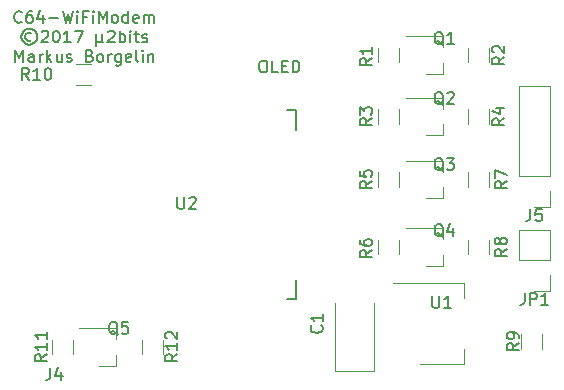
<source format=gto>
G04 #@! TF.FileFunction,Legend,Top*
%FSLAX46Y46*%
G04 Gerber Fmt 4.6, Leading zero omitted, Abs format (unit mm)*
G04 Created by KiCad (PCBNEW 4.0.6) date Sat Aug  5 17:49:28 2017*
%MOMM*%
%LPD*%
G01*
G04 APERTURE LIST*
%ADD10C,0.100000*%
%ADD11C,0.152400*%
%ADD12C,0.120000*%
%ADD13C,0.150000*%
G04 APERTURE END LIST*
D10*
D11*
X64540477Y-109829743D02*
X64492858Y-109877362D01*
X64350001Y-109924981D01*
X64254763Y-109924981D01*
X64111905Y-109877362D01*
X64016667Y-109782124D01*
X63969048Y-109686886D01*
X63921429Y-109496410D01*
X63921429Y-109353552D01*
X63969048Y-109163076D01*
X64016667Y-109067838D01*
X64111905Y-108972600D01*
X64254763Y-108924981D01*
X64350001Y-108924981D01*
X64492858Y-108972600D01*
X64540477Y-109020219D01*
X65397620Y-108924981D02*
X65207143Y-108924981D01*
X65111905Y-108972600D01*
X65064286Y-109020219D01*
X64969048Y-109163076D01*
X64921429Y-109353552D01*
X64921429Y-109734505D01*
X64969048Y-109829743D01*
X65016667Y-109877362D01*
X65111905Y-109924981D01*
X65302382Y-109924981D01*
X65397620Y-109877362D01*
X65445239Y-109829743D01*
X65492858Y-109734505D01*
X65492858Y-109496410D01*
X65445239Y-109401171D01*
X65397620Y-109353552D01*
X65302382Y-109305933D01*
X65111905Y-109305933D01*
X65016667Y-109353552D01*
X64969048Y-109401171D01*
X64921429Y-109496410D01*
X66350001Y-109258314D02*
X66350001Y-109924981D01*
X66111905Y-108877362D02*
X65873810Y-109591648D01*
X66492858Y-109591648D01*
X66873810Y-109544029D02*
X67635715Y-109544029D01*
X68016667Y-108924981D02*
X68254762Y-109924981D01*
X68445239Y-109210695D01*
X68635715Y-109924981D01*
X68873810Y-108924981D01*
X69254762Y-109924981D02*
X69254762Y-109258314D01*
X69254762Y-108924981D02*
X69207143Y-108972600D01*
X69254762Y-109020219D01*
X69302381Y-108972600D01*
X69254762Y-108924981D01*
X69254762Y-109020219D01*
X70064286Y-109401171D02*
X69730952Y-109401171D01*
X69730952Y-109924981D02*
X69730952Y-108924981D01*
X70207143Y-108924981D01*
X70588095Y-109924981D02*
X70588095Y-109258314D01*
X70588095Y-108924981D02*
X70540476Y-108972600D01*
X70588095Y-109020219D01*
X70635714Y-108972600D01*
X70588095Y-108924981D01*
X70588095Y-109020219D01*
X71064285Y-109924981D02*
X71064285Y-108924981D01*
X71397619Y-109639267D01*
X71730952Y-108924981D01*
X71730952Y-109924981D01*
X72349999Y-109924981D02*
X72254761Y-109877362D01*
X72207142Y-109829743D01*
X72159523Y-109734505D01*
X72159523Y-109448790D01*
X72207142Y-109353552D01*
X72254761Y-109305933D01*
X72349999Y-109258314D01*
X72492857Y-109258314D01*
X72588095Y-109305933D01*
X72635714Y-109353552D01*
X72683333Y-109448790D01*
X72683333Y-109734505D01*
X72635714Y-109829743D01*
X72588095Y-109877362D01*
X72492857Y-109924981D01*
X72349999Y-109924981D01*
X73540476Y-109924981D02*
X73540476Y-108924981D01*
X73540476Y-109877362D02*
X73445238Y-109924981D01*
X73254761Y-109924981D01*
X73159523Y-109877362D01*
X73111904Y-109829743D01*
X73064285Y-109734505D01*
X73064285Y-109448790D01*
X73111904Y-109353552D01*
X73159523Y-109305933D01*
X73254761Y-109258314D01*
X73445238Y-109258314D01*
X73540476Y-109305933D01*
X74397619Y-109877362D02*
X74302381Y-109924981D01*
X74111904Y-109924981D01*
X74016666Y-109877362D01*
X73969047Y-109782124D01*
X73969047Y-109401171D01*
X74016666Y-109305933D01*
X74111904Y-109258314D01*
X74302381Y-109258314D01*
X74397619Y-109305933D01*
X74445238Y-109401171D01*
X74445238Y-109496410D01*
X73969047Y-109591648D01*
X74873809Y-109924981D02*
X74873809Y-109258314D01*
X74873809Y-109353552D02*
X74921428Y-109305933D01*
X75016666Y-109258314D01*
X75159524Y-109258314D01*
X75254762Y-109305933D01*
X75302381Y-109401171D01*
X75302381Y-109924981D01*
X75302381Y-109401171D02*
X75350000Y-109305933D01*
X75445238Y-109258314D01*
X75588095Y-109258314D01*
X75683333Y-109305933D01*
X75730952Y-109401171D01*
X75730952Y-109924981D01*
X65373809Y-110815476D02*
X65278571Y-110767857D01*
X65088095Y-110767857D01*
X64992857Y-110815476D01*
X64897619Y-110910714D01*
X64850000Y-111005952D01*
X64850000Y-111196429D01*
X64897619Y-111291667D01*
X64992857Y-111386905D01*
X65088095Y-111434524D01*
X65278571Y-111434524D01*
X65373809Y-111386905D01*
X65183333Y-110434524D02*
X64945238Y-110482143D01*
X64707142Y-110625000D01*
X64564285Y-110863095D01*
X64516666Y-111101190D01*
X64564285Y-111339286D01*
X64707142Y-111577381D01*
X64945238Y-111720238D01*
X65183333Y-111767857D01*
X65421428Y-111720238D01*
X65659523Y-111577381D01*
X65802380Y-111339286D01*
X65850000Y-111101190D01*
X65802380Y-110863095D01*
X65659523Y-110625000D01*
X65421428Y-110482143D01*
X65183333Y-110434524D01*
X66230952Y-110672619D02*
X66278571Y-110625000D01*
X66373809Y-110577381D01*
X66611905Y-110577381D01*
X66707143Y-110625000D01*
X66754762Y-110672619D01*
X66802381Y-110767857D01*
X66802381Y-110863095D01*
X66754762Y-111005952D01*
X66183333Y-111577381D01*
X66802381Y-111577381D01*
X67421428Y-110577381D02*
X67516667Y-110577381D01*
X67611905Y-110625000D01*
X67659524Y-110672619D01*
X67707143Y-110767857D01*
X67754762Y-110958333D01*
X67754762Y-111196429D01*
X67707143Y-111386905D01*
X67659524Y-111482143D01*
X67611905Y-111529762D01*
X67516667Y-111577381D01*
X67421428Y-111577381D01*
X67326190Y-111529762D01*
X67278571Y-111482143D01*
X67230952Y-111386905D01*
X67183333Y-111196429D01*
X67183333Y-110958333D01*
X67230952Y-110767857D01*
X67278571Y-110672619D01*
X67326190Y-110625000D01*
X67421428Y-110577381D01*
X68707143Y-111577381D02*
X68135714Y-111577381D01*
X68421428Y-111577381D02*
X68421428Y-110577381D01*
X68326190Y-110720238D01*
X68230952Y-110815476D01*
X68135714Y-110863095D01*
X69040476Y-110577381D02*
X69707143Y-110577381D01*
X69278571Y-111577381D01*
X70850000Y-110910714D02*
X70850000Y-111910714D01*
X71326191Y-111434524D02*
X71373810Y-111529762D01*
X71469048Y-111577381D01*
X70850000Y-111434524D02*
X70897619Y-111529762D01*
X70992857Y-111577381D01*
X71183334Y-111577381D01*
X71278572Y-111529762D01*
X71326191Y-111434524D01*
X71326191Y-110910714D01*
X71850000Y-110672619D02*
X71897619Y-110625000D01*
X71992857Y-110577381D01*
X72230953Y-110577381D01*
X72326191Y-110625000D01*
X72373810Y-110672619D01*
X72421429Y-110767857D01*
X72421429Y-110863095D01*
X72373810Y-111005952D01*
X71802381Y-111577381D01*
X72421429Y-111577381D01*
X72850000Y-111577381D02*
X72850000Y-110577381D01*
X72850000Y-110958333D02*
X72945238Y-110910714D01*
X73135715Y-110910714D01*
X73230953Y-110958333D01*
X73278572Y-111005952D01*
X73326191Y-111101190D01*
X73326191Y-111386905D01*
X73278572Y-111482143D01*
X73230953Y-111529762D01*
X73135715Y-111577381D01*
X72945238Y-111577381D01*
X72850000Y-111529762D01*
X73754762Y-111577381D02*
X73754762Y-110910714D01*
X73754762Y-110577381D02*
X73707143Y-110625000D01*
X73754762Y-110672619D01*
X73802381Y-110625000D01*
X73754762Y-110577381D01*
X73754762Y-110672619D01*
X74088095Y-110910714D02*
X74469047Y-110910714D01*
X74230952Y-110577381D02*
X74230952Y-111434524D01*
X74278571Y-111529762D01*
X74373809Y-111577381D01*
X74469047Y-111577381D01*
X74754762Y-111529762D02*
X74850000Y-111577381D01*
X75040476Y-111577381D01*
X75135715Y-111529762D01*
X75183334Y-111434524D01*
X75183334Y-111386905D01*
X75135715Y-111291667D01*
X75040476Y-111244048D01*
X74897619Y-111244048D01*
X74802381Y-111196429D01*
X74754762Y-111101190D01*
X74754762Y-111053571D01*
X74802381Y-110958333D01*
X74897619Y-110910714D01*
X75040476Y-110910714D01*
X75135715Y-110958333D01*
X64016666Y-113229781D02*
X64016666Y-112229781D01*
X64350000Y-112944067D01*
X64683333Y-112229781D01*
X64683333Y-113229781D01*
X65588095Y-113229781D02*
X65588095Y-112705971D01*
X65540476Y-112610733D01*
X65445238Y-112563114D01*
X65254761Y-112563114D01*
X65159523Y-112610733D01*
X65588095Y-113182162D02*
X65492857Y-113229781D01*
X65254761Y-113229781D01*
X65159523Y-113182162D01*
X65111904Y-113086924D01*
X65111904Y-112991686D01*
X65159523Y-112896448D01*
X65254761Y-112848829D01*
X65492857Y-112848829D01*
X65588095Y-112801210D01*
X66064285Y-113229781D02*
X66064285Y-112563114D01*
X66064285Y-112753590D02*
X66111904Y-112658352D01*
X66159523Y-112610733D01*
X66254761Y-112563114D01*
X66350000Y-112563114D01*
X66683333Y-113229781D02*
X66683333Y-112229781D01*
X66778571Y-112848829D02*
X67064286Y-113229781D01*
X67064286Y-112563114D02*
X66683333Y-112944067D01*
X67921429Y-112563114D02*
X67921429Y-113229781D01*
X67492857Y-112563114D02*
X67492857Y-113086924D01*
X67540476Y-113182162D01*
X67635714Y-113229781D01*
X67778572Y-113229781D01*
X67873810Y-113182162D01*
X67921429Y-113134543D01*
X68350000Y-113182162D02*
X68445238Y-113229781D01*
X68635714Y-113229781D01*
X68730953Y-113182162D01*
X68778572Y-113086924D01*
X68778572Y-113039305D01*
X68730953Y-112944067D01*
X68635714Y-112896448D01*
X68492857Y-112896448D01*
X68397619Y-112848829D01*
X68350000Y-112753590D01*
X68350000Y-112705971D01*
X68397619Y-112610733D01*
X68492857Y-112563114D01*
X68635714Y-112563114D01*
X68730953Y-112610733D01*
X70302382Y-112705971D02*
X70445239Y-112753590D01*
X70492858Y-112801210D01*
X70540477Y-112896448D01*
X70540477Y-113039305D01*
X70492858Y-113134543D01*
X70445239Y-113182162D01*
X70350001Y-113229781D01*
X69969048Y-113229781D01*
X69969048Y-112229781D01*
X70302382Y-112229781D01*
X70397620Y-112277400D01*
X70445239Y-112325019D01*
X70492858Y-112420257D01*
X70492858Y-112515495D01*
X70445239Y-112610733D01*
X70397620Y-112658352D01*
X70302382Y-112705971D01*
X69969048Y-112705971D01*
X71111905Y-113229781D02*
X71016667Y-113182162D01*
X70969048Y-113134543D01*
X70921429Y-113039305D01*
X70921429Y-112753590D01*
X70969048Y-112658352D01*
X71016667Y-112610733D01*
X71111905Y-112563114D01*
X71254763Y-112563114D01*
X71350001Y-112610733D01*
X71397620Y-112658352D01*
X71445239Y-112753590D01*
X71445239Y-113039305D01*
X71397620Y-113134543D01*
X71350001Y-113182162D01*
X71254763Y-113229781D01*
X71111905Y-113229781D01*
X71873810Y-113229781D02*
X71873810Y-112563114D01*
X71873810Y-112753590D02*
X71921429Y-112658352D01*
X71969048Y-112610733D01*
X72064286Y-112563114D01*
X72159525Y-112563114D01*
X72921430Y-112563114D02*
X72921430Y-113372638D01*
X72873811Y-113467876D01*
X72826192Y-113515495D01*
X72730953Y-113563114D01*
X72588096Y-113563114D01*
X72492858Y-113515495D01*
X72921430Y-113182162D02*
X72826192Y-113229781D01*
X72635715Y-113229781D01*
X72540477Y-113182162D01*
X72492858Y-113134543D01*
X72445239Y-113039305D01*
X72445239Y-112753590D01*
X72492858Y-112658352D01*
X72540477Y-112610733D01*
X72635715Y-112563114D01*
X72826192Y-112563114D01*
X72921430Y-112610733D01*
X73778573Y-113182162D02*
X73683335Y-113229781D01*
X73492858Y-113229781D01*
X73397620Y-113182162D01*
X73350001Y-113086924D01*
X73350001Y-112705971D01*
X73397620Y-112610733D01*
X73492858Y-112563114D01*
X73683335Y-112563114D01*
X73778573Y-112610733D01*
X73826192Y-112705971D01*
X73826192Y-112801210D01*
X73350001Y-112896448D01*
X74397620Y-113229781D02*
X74302382Y-113182162D01*
X74254763Y-113086924D01*
X74254763Y-112229781D01*
X74778573Y-113229781D02*
X74778573Y-112563114D01*
X74778573Y-112229781D02*
X74730954Y-112277400D01*
X74778573Y-112325019D01*
X74826192Y-112277400D01*
X74778573Y-112229781D01*
X74778573Y-112325019D01*
X75254763Y-112563114D02*
X75254763Y-113229781D01*
X75254763Y-112658352D02*
X75302382Y-112610733D01*
X75397620Y-112563114D01*
X75540478Y-112563114D01*
X75635716Y-112610733D01*
X75683335Y-112705971D01*
X75683335Y-113229781D01*
D12*
X94751000Y-123790000D02*
X94751000Y-122590000D01*
X96511000Y-122590000D02*
X96511000Y-123790000D01*
X91060000Y-139432000D02*
X91060000Y-133632000D01*
X94360000Y-139432000D02*
X94360000Y-133632000D01*
X91060000Y-139432000D02*
X94360000Y-139432000D01*
X109280000Y-115256000D02*
X106620000Y-115256000D01*
X109280000Y-122936000D02*
X109280000Y-115256000D01*
X106620000Y-122936000D02*
X106620000Y-115256000D01*
X109280000Y-122936000D02*
X106620000Y-122936000D01*
X109280000Y-124206000D02*
X109280000Y-125536000D01*
X109280000Y-125536000D02*
X107950000Y-125536000D01*
X109280000Y-127448000D02*
X106620000Y-127448000D01*
X109280000Y-130048000D02*
X109280000Y-127448000D01*
X106620000Y-130048000D02*
X106620000Y-127448000D01*
X109280000Y-130048000D02*
X106620000Y-130048000D01*
X109280000Y-131318000D02*
X109280000Y-132648000D01*
X109280000Y-132648000D02*
X107950000Y-132648000D01*
X100201000Y-114229000D02*
X100201000Y-113299000D01*
X100201000Y-111069000D02*
X100201000Y-111999000D01*
X100201000Y-111069000D02*
X97041000Y-111069000D01*
X100201000Y-114229000D02*
X98741000Y-114229000D01*
X100201000Y-119436000D02*
X100201000Y-118506000D01*
X100201000Y-116276000D02*
X100201000Y-117206000D01*
X100201000Y-116276000D02*
X97041000Y-116276000D01*
X100201000Y-119436000D02*
X98741000Y-119436000D01*
X100201000Y-124770000D02*
X100201000Y-123840000D01*
X100201000Y-121610000D02*
X100201000Y-122540000D01*
X100201000Y-121610000D02*
X97041000Y-121610000D01*
X100201000Y-124770000D02*
X98741000Y-124770000D01*
X100201000Y-130485000D02*
X100201000Y-129555000D01*
X100201000Y-127325000D02*
X100201000Y-128255000D01*
X100201000Y-127325000D02*
X97041000Y-127325000D01*
X100201000Y-130485000D02*
X98741000Y-130485000D01*
X94751000Y-113249000D02*
X94751000Y-112049000D01*
X96511000Y-112049000D02*
X96511000Y-113249000D01*
X102371000Y-113249000D02*
X102371000Y-112049000D01*
X104131000Y-112049000D02*
X104131000Y-113249000D01*
X94751000Y-118456000D02*
X94751000Y-117256000D01*
X96511000Y-117256000D02*
X96511000Y-118456000D01*
X102371000Y-118456000D02*
X102371000Y-117256000D01*
X104131000Y-117256000D02*
X104131000Y-118456000D01*
X94751000Y-129505000D02*
X94751000Y-128305000D01*
X96511000Y-128305000D02*
X96511000Y-129505000D01*
X102371000Y-123790000D02*
X102371000Y-122590000D01*
X104131000Y-122590000D02*
X104131000Y-123790000D01*
X102371000Y-129505000D02*
X102371000Y-128305000D01*
X104131000Y-128305000D02*
X104131000Y-129505000D01*
X106816000Y-137506000D02*
X106816000Y-136306000D01*
X108576000Y-136306000D02*
X108576000Y-137506000D01*
X70370000Y-115180000D02*
X69170000Y-115180000D01*
X69170000Y-113420000D02*
X70370000Y-113420000D01*
X67115800Y-137963200D02*
X67115800Y-136763200D01*
X68875800Y-136763200D02*
X68875800Y-137963200D01*
X101986000Y-138792000D02*
X101986000Y-137532000D01*
X101986000Y-131972000D02*
X101986000Y-133232000D01*
X98226000Y-138792000D02*
X101986000Y-138792000D01*
X95976000Y-131972000D02*
X101986000Y-131972000D01*
X72565800Y-138943200D02*
X72565800Y-138013200D01*
X72565800Y-135783200D02*
X72565800Y-136713200D01*
X72565800Y-135783200D02*
X69405800Y-135783200D01*
X72565800Y-138943200D02*
X71105800Y-138943200D01*
X74735800Y-137963200D02*
X74735800Y-136763200D01*
X76495800Y-136763200D02*
X76495800Y-137963200D01*
D13*
X87757000Y-117348000D02*
X87757000Y-118999000D01*
D11*
X86995000Y-133350000D02*
X87757000Y-133350000D01*
X87757000Y-133350000D02*
X87757000Y-131734000D01*
X87757000Y-117348000D02*
X86995000Y-117348000D01*
D13*
X94178381Y-123356666D02*
X93702190Y-123690000D01*
X94178381Y-123928095D02*
X93178381Y-123928095D01*
X93178381Y-123547142D01*
X93226000Y-123451904D01*
X93273619Y-123404285D01*
X93368857Y-123356666D01*
X93511714Y-123356666D01*
X93606952Y-123404285D01*
X93654571Y-123451904D01*
X93702190Y-123547142D01*
X93702190Y-123928095D01*
X93178381Y-122451904D02*
X93178381Y-122928095D01*
X93654571Y-122975714D01*
X93606952Y-122928095D01*
X93559333Y-122832857D01*
X93559333Y-122594761D01*
X93606952Y-122499523D01*
X93654571Y-122451904D01*
X93749810Y-122404285D01*
X93987905Y-122404285D01*
X94083143Y-122451904D01*
X94130762Y-122499523D01*
X94178381Y-122594761D01*
X94178381Y-122832857D01*
X94130762Y-122928095D01*
X94083143Y-122975714D01*
X84907619Y-113117381D02*
X85098096Y-113117381D01*
X85193334Y-113165000D01*
X85288572Y-113260238D01*
X85336191Y-113450714D01*
X85336191Y-113784048D01*
X85288572Y-113974524D01*
X85193334Y-114069762D01*
X85098096Y-114117381D01*
X84907619Y-114117381D01*
X84812381Y-114069762D01*
X84717143Y-113974524D01*
X84669524Y-113784048D01*
X84669524Y-113450714D01*
X84717143Y-113260238D01*
X84812381Y-113165000D01*
X84907619Y-113117381D01*
X86240953Y-114117381D02*
X85764762Y-114117381D01*
X85764762Y-113117381D01*
X86574286Y-113593571D02*
X86907620Y-113593571D01*
X87050477Y-114117381D02*
X86574286Y-114117381D01*
X86574286Y-113117381D01*
X87050477Y-113117381D01*
X87479048Y-114117381D02*
X87479048Y-113117381D01*
X87717143Y-113117381D01*
X87860001Y-113165000D01*
X87955239Y-113260238D01*
X88002858Y-113355476D01*
X88050477Y-113545952D01*
X88050477Y-113688810D01*
X88002858Y-113879286D01*
X87955239Y-113974524D01*
X87860001Y-114069762D01*
X87717143Y-114117381D01*
X87479048Y-114117381D01*
X89917143Y-135548666D02*
X89964762Y-135596285D01*
X90012381Y-135739142D01*
X90012381Y-135834380D01*
X89964762Y-135977238D01*
X89869524Y-136072476D01*
X89774286Y-136120095D01*
X89583810Y-136167714D01*
X89440952Y-136167714D01*
X89250476Y-136120095D01*
X89155238Y-136072476D01*
X89060000Y-135977238D01*
X89012381Y-135834380D01*
X89012381Y-135739142D01*
X89060000Y-135596285D01*
X89107619Y-135548666D01*
X90012381Y-134596285D02*
X90012381Y-135167714D01*
X90012381Y-134882000D02*
X89012381Y-134882000D01*
X89155238Y-134977238D01*
X89250476Y-135072476D01*
X89298095Y-135167714D01*
X107616667Y-125690381D02*
X107616667Y-126404667D01*
X107569047Y-126547524D01*
X107473809Y-126642762D01*
X107330952Y-126690381D01*
X107235714Y-126690381D01*
X108569048Y-125690381D02*
X108092857Y-125690381D01*
X108045238Y-126166571D01*
X108092857Y-126118952D01*
X108188095Y-126071333D01*
X108426191Y-126071333D01*
X108521429Y-126118952D01*
X108569048Y-126166571D01*
X108616667Y-126261810D01*
X108616667Y-126499905D01*
X108569048Y-126595143D01*
X108521429Y-126642762D01*
X108426191Y-126690381D01*
X108188095Y-126690381D01*
X108092857Y-126642762D01*
X108045238Y-126595143D01*
X107116667Y-132802381D02*
X107116667Y-133516667D01*
X107069047Y-133659524D01*
X106973809Y-133754762D01*
X106830952Y-133802381D01*
X106735714Y-133802381D01*
X107592857Y-133802381D02*
X107592857Y-132802381D01*
X107973810Y-132802381D01*
X108069048Y-132850000D01*
X108116667Y-132897619D01*
X108164286Y-132992857D01*
X108164286Y-133135714D01*
X108116667Y-133230952D01*
X108069048Y-133278571D01*
X107973810Y-133326190D01*
X107592857Y-133326190D01*
X109116667Y-133802381D02*
X108545238Y-133802381D01*
X108830952Y-133802381D02*
X108830952Y-132802381D01*
X108735714Y-132945238D01*
X108640476Y-133040476D01*
X108545238Y-133088095D01*
X100234762Y-111799619D02*
X100139524Y-111752000D01*
X100044286Y-111656762D01*
X99901429Y-111513905D01*
X99806190Y-111466286D01*
X99710952Y-111466286D01*
X99758571Y-111704381D02*
X99663333Y-111656762D01*
X99568095Y-111561524D01*
X99520476Y-111371048D01*
X99520476Y-111037714D01*
X99568095Y-110847238D01*
X99663333Y-110752000D01*
X99758571Y-110704381D01*
X99949048Y-110704381D01*
X100044286Y-110752000D01*
X100139524Y-110847238D01*
X100187143Y-111037714D01*
X100187143Y-111371048D01*
X100139524Y-111561524D01*
X100044286Y-111656762D01*
X99949048Y-111704381D01*
X99758571Y-111704381D01*
X101139524Y-111704381D02*
X100568095Y-111704381D01*
X100853809Y-111704381D02*
X100853809Y-110704381D01*
X100758571Y-110847238D01*
X100663333Y-110942476D01*
X100568095Y-110990095D01*
X100234762Y-116879619D02*
X100139524Y-116832000D01*
X100044286Y-116736762D01*
X99901429Y-116593905D01*
X99806190Y-116546286D01*
X99710952Y-116546286D01*
X99758571Y-116784381D02*
X99663333Y-116736762D01*
X99568095Y-116641524D01*
X99520476Y-116451048D01*
X99520476Y-116117714D01*
X99568095Y-115927238D01*
X99663333Y-115832000D01*
X99758571Y-115784381D01*
X99949048Y-115784381D01*
X100044286Y-115832000D01*
X100139524Y-115927238D01*
X100187143Y-116117714D01*
X100187143Y-116451048D01*
X100139524Y-116641524D01*
X100044286Y-116736762D01*
X99949048Y-116784381D01*
X99758571Y-116784381D01*
X100568095Y-115879619D02*
X100615714Y-115832000D01*
X100710952Y-115784381D01*
X100949048Y-115784381D01*
X101044286Y-115832000D01*
X101091905Y-115879619D01*
X101139524Y-115974857D01*
X101139524Y-116070095D01*
X101091905Y-116212952D01*
X100520476Y-116784381D01*
X101139524Y-116784381D01*
X100234762Y-122467619D02*
X100139524Y-122420000D01*
X100044286Y-122324762D01*
X99901429Y-122181905D01*
X99806190Y-122134286D01*
X99710952Y-122134286D01*
X99758571Y-122372381D02*
X99663333Y-122324762D01*
X99568095Y-122229524D01*
X99520476Y-122039048D01*
X99520476Y-121705714D01*
X99568095Y-121515238D01*
X99663333Y-121420000D01*
X99758571Y-121372381D01*
X99949048Y-121372381D01*
X100044286Y-121420000D01*
X100139524Y-121515238D01*
X100187143Y-121705714D01*
X100187143Y-122039048D01*
X100139524Y-122229524D01*
X100044286Y-122324762D01*
X99949048Y-122372381D01*
X99758571Y-122372381D01*
X100520476Y-121372381D02*
X101139524Y-121372381D01*
X100806190Y-121753333D01*
X100949048Y-121753333D01*
X101044286Y-121800952D01*
X101091905Y-121848571D01*
X101139524Y-121943810D01*
X101139524Y-122181905D01*
X101091905Y-122277143D01*
X101044286Y-122324762D01*
X100949048Y-122372381D01*
X100663333Y-122372381D01*
X100568095Y-122324762D01*
X100520476Y-122277143D01*
X100234762Y-128055619D02*
X100139524Y-128008000D01*
X100044286Y-127912762D01*
X99901429Y-127769905D01*
X99806190Y-127722286D01*
X99710952Y-127722286D01*
X99758571Y-127960381D02*
X99663333Y-127912762D01*
X99568095Y-127817524D01*
X99520476Y-127627048D01*
X99520476Y-127293714D01*
X99568095Y-127103238D01*
X99663333Y-127008000D01*
X99758571Y-126960381D01*
X99949048Y-126960381D01*
X100044286Y-127008000D01*
X100139524Y-127103238D01*
X100187143Y-127293714D01*
X100187143Y-127627048D01*
X100139524Y-127817524D01*
X100044286Y-127912762D01*
X99949048Y-127960381D01*
X99758571Y-127960381D01*
X101044286Y-127293714D02*
X101044286Y-127960381D01*
X100806190Y-126912762D02*
X100568095Y-127627048D01*
X101187143Y-127627048D01*
X94178381Y-112942666D02*
X93702190Y-113276000D01*
X94178381Y-113514095D02*
X93178381Y-113514095D01*
X93178381Y-113133142D01*
X93226000Y-113037904D01*
X93273619Y-112990285D01*
X93368857Y-112942666D01*
X93511714Y-112942666D01*
X93606952Y-112990285D01*
X93654571Y-113037904D01*
X93702190Y-113133142D01*
X93702190Y-113514095D01*
X94178381Y-111990285D02*
X94178381Y-112561714D01*
X94178381Y-112276000D02*
X93178381Y-112276000D01*
X93321238Y-112371238D01*
X93416476Y-112466476D01*
X93464095Y-112561714D01*
X105403381Y-112815666D02*
X104927190Y-113149000D01*
X105403381Y-113387095D02*
X104403381Y-113387095D01*
X104403381Y-113006142D01*
X104451000Y-112910904D01*
X104498619Y-112863285D01*
X104593857Y-112815666D01*
X104736714Y-112815666D01*
X104831952Y-112863285D01*
X104879571Y-112910904D01*
X104927190Y-113006142D01*
X104927190Y-113387095D01*
X104498619Y-112434714D02*
X104451000Y-112387095D01*
X104403381Y-112291857D01*
X104403381Y-112053761D01*
X104451000Y-111958523D01*
X104498619Y-111910904D01*
X104593857Y-111863285D01*
X104689095Y-111863285D01*
X104831952Y-111910904D01*
X105403381Y-112482333D01*
X105403381Y-111863285D01*
X94178381Y-118022666D02*
X93702190Y-118356000D01*
X94178381Y-118594095D02*
X93178381Y-118594095D01*
X93178381Y-118213142D01*
X93226000Y-118117904D01*
X93273619Y-118070285D01*
X93368857Y-118022666D01*
X93511714Y-118022666D01*
X93606952Y-118070285D01*
X93654571Y-118117904D01*
X93702190Y-118213142D01*
X93702190Y-118594095D01*
X93178381Y-117689333D02*
X93178381Y-117070285D01*
X93559333Y-117403619D01*
X93559333Y-117260761D01*
X93606952Y-117165523D01*
X93654571Y-117117904D01*
X93749810Y-117070285D01*
X93987905Y-117070285D01*
X94083143Y-117117904D01*
X94130762Y-117165523D01*
X94178381Y-117260761D01*
X94178381Y-117546476D01*
X94130762Y-117641714D01*
X94083143Y-117689333D01*
X105403381Y-118022666D02*
X104927190Y-118356000D01*
X105403381Y-118594095D02*
X104403381Y-118594095D01*
X104403381Y-118213142D01*
X104451000Y-118117904D01*
X104498619Y-118070285D01*
X104593857Y-118022666D01*
X104736714Y-118022666D01*
X104831952Y-118070285D01*
X104879571Y-118117904D01*
X104927190Y-118213142D01*
X104927190Y-118594095D01*
X104736714Y-117165523D02*
X105403381Y-117165523D01*
X104355762Y-117403619D02*
X105070048Y-117641714D01*
X105070048Y-117022666D01*
X94178381Y-129198666D02*
X93702190Y-129532000D01*
X94178381Y-129770095D02*
X93178381Y-129770095D01*
X93178381Y-129389142D01*
X93226000Y-129293904D01*
X93273619Y-129246285D01*
X93368857Y-129198666D01*
X93511714Y-129198666D01*
X93606952Y-129246285D01*
X93654571Y-129293904D01*
X93702190Y-129389142D01*
X93702190Y-129770095D01*
X93178381Y-128341523D02*
X93178381Y-128532000D01*
X93226000Y-128627238D01*
X93273619Y-128674857D01*
X93416476Y-128770095D01*
X93606952Y-128817714D01*
X93987905Y-128817714D01*
X94083143Y-128770095D01*
X94130762Y-128722476D01*
X94178381Y-128627238D01*
X94178381Y-128436761D01*
X94130762Y-128341523D01*
X94083143Y-128293904D01*
X93987905Y-128246285D01*
X93749810Y-128246285D01*
X93654571Y-128293904D01*
X93606952Y-128341523D01*
X93559333Y-128436761D01*
X93559333Y-128627238D01*
X93606952Y-128722476D01*
X93654571Y-128770095D01*
X93749810Y-128817714D01*
X105608381Y-123356666D02*
X105132190Y-123690000D01*
X105608381Y-123928095D02*
X104608381Y-123928095D01*
X104608381Y-123547142D01*
X104656000Y-123451904D01*
X104703619Y-123404285D01*
X104798857Y-123356666D01*
X104941714Y-123356666D01*
X105036952Y-123404285D01*
X105084571Y-123451904D01*
X105132190Y-123547142D01*
X105132190Y-123928095D01*
X104608381Y-123023333D02*
X104608381Y-122356666D01*
X105608381Y-122785238D01*
X105608381Y-129071666D02*
X105132190Y-129405000D01*
X105608381Y-129643095D02*
X104608381Y-129643095D01*
X104608381Y-129262142D01*
X104656000Y-129166904D01*
X104703619Y-129119285D01*
X104798857Y-129071666D01*
X104941714Y-129071666D01*
X105036952Y-129119285D01*
X105084571Y-129166904D01*
X105132190Y-129262142D01*
X105132190Y-129643095D01*
X105036952Y-128500238D02*
X104989333Y-128595476D01*
X104941714Y-128643095D01*
X104846476Y-128690714D01*
X104798857Y-128690714D01*
X104703619Y-128643095D01*
X104656000Y-128595476D01*
X104608381Y-128500238D01*
X104608381Y-128309761D01*
X104656000Y-128214523D01*
X104703619Y-128166904D01*
X104798857Y-128119285D01*
X104846476Y-128119285D01*
X104941714Y-128166904D01*
X104989333Y-128214523D01*
X105036952Y-128309761D01*
X105036952Y-128500238D01*
X105084571Y-128595476D01*
X105132190Y-128643095D01*
X105227429Y-128690714D01*
X105417905Y-128690714D01*
X105513143Y-128643095D01*
X105560762Y-128595476D01*
X105608381Y-128500238D01*
X105608381Y-128309761D01*
X105560762Y-128214523D01*
X105513143Y-128166904D01*
X105417905Y-128119285D01*
X105227429Y-128119285D01*
X105132190Y-128166904D01*
X105084571Y-128214523D01*
X105036952Y-128309761D01*
X106624381Y-137072666D02*
X106148190Y-137406000D01*
X106624381Y-137644095D02*
X105624381Y-137644095D01*
X105624381Y-137263142D01*
X105672000Y-137167904D01*
X105719619Y-137120285D01*
X105814857Y-137072666D01*
X105957714Y-137072666D01*
X106052952Y-137120285D01*
X106100571Y-137167904D01*
X106148190Y-137263142D01*
X106148190Y-137644095D01*
X106624381Y-136596476D02*
X106624381Y-136406000D01*
X106576762Y-136310761D01*
X106529143Y-136263142D01*
X106386286Y-136167904D01*
X106195810Y-136120285D01*
X105814857Y-136120285D01*
X105719619Y-136167904D01*
X105672000Y-136215523D01*
X105624381Y-136310761D01*
X105624381Y-136501238D01*
X105672000Y-136596476D01*
X105719619Y-136644095D01*
X105814857Y-136691714D01*
X106052952Y-136691714D01*
X106148190Y-136644095D01*
X106195810Y-136596476D01*
X106243429Y-136501238D01*
X106243429Y-136310761D01*
X106195810Y-136215523D01*
X106148190Y-136167904D01*
X106052952Y-136120285D01*
X65143143Y-114752381D02*
X64809809Y-114276190D01*
X64571714Y-114752381D02*
X64571714Y-113752381D01*
X64952667Y-113752381D01*
X65047905Y-113800000D01*
X65095524Y-113847619D01*
X65143143Y-113942857D01*
X65143143Y-114085714D01*
X65095524Y-114180952D01*
X65047905Y-114228571D01*
X64952667Y-114276190D01*
X64571714Y-114276190D01*
X66095524Y-114752381D02*
X65524095Y-114752381D01*
X65809809Y-114752381D02*
X65809809Y-113752381D01*
X65714571Y-113895238D01*
X65619333Y-113990476D01*
X65524095Y-114038095D01*
X66714571Y-113752381D02*
X66809810Y-113752381D01*
X66905048Y-113800000D01*
X66952667Y-113847619D01*
X67000286Y-113942857D01*
X67047905Y-114133333D01*
X67047905Y-114371429D01*
X67000286Y-114561905D01*
X66952667Y-114657143D01*
X66905048Y-114704762D01*
X66809810Y-114752381D01*
X66714571Y-114752381D01*
X66619333Y-114704762D01*
X66571714Y-114657143D01*
X66524095Y-114561905D01*
X66476476Y-114371429D01*
X66476476Y-114133333D01*
X66524095Y-113942857D01*
X66571714Y-113847619D01*
X66619333Y-113800000D01*
X66714571Y-113752381D01*
X66644781Y-138006057D02*
X66168590Y-138339391D01*
X66644781Y-138577486D02*
X65644781Y-138577486D01*
X65644781Y-138196533D01*
X65692400Y-138101295D01*
X65740019Y-138053676D01*
X65835257Y-138006057D01*
X65978114Y-138006057D01*
X66073352Y-138053676D01*
X66120971Y-138101295D01*
X66168590Y-138196533D01*
X66168590Y-138577486D01*
X66644781Y-137053676D02*
X66644781Y-137625105D01*
X66644781Y-137339391D02*
X65644781Y-137339391D01*
X65787638Y-137434629D01*
X65882876Y-137529867D01*
X65930495Y-137625105D01*
X66644781Y-136101295D02*
X66644781Y-136672724D01*
X66644781Y-136387010D02*
X65644781Y-136387010D01*
X65787638Y-136482248D01*
X65882876Y-136577486D01*
X65930495Y-136672724D01*
X99314095Y-133056381D02*
X99314095Y-133865905D01*
X99361714Y-133961143D01*
X99409333Y-134008762D01*
X99504571Y-134056381D01*
X99695048Y-134056381D01*
X99790286Y-134008762D01*
X99837905Y-133961143D01*
X99885524Y-133865905D01*
X99885524Y-133056381D01*
X100885524Y-134056381D02*
X100314095Y-134056381D01*
X100599809Y-134056381D02*
X100599809Y-133056381D01*
X100504571Y-133199238D01*
X100409333Y-133294476D01*
X100314095Y-133342095D01*
X66976667Y-139152381D02*
X66976667Y-139866667D01*
X66929047Y-140009524D01*
X66833809Y-140104762D01*
X66690952Y-140152381D01*
X66595714Y-140152381D01*
X67881429Y-139485714D02*
X67881429Y-140152381D01*
X67643333Y-139104762D02*
X67405238Y-139819048D01*
X68024286Y-139819048D01*
X72675762Y-136336019D02*
X72580524Y-136288400D01*
X72485286Y-136193162D01*
X72342429Y-136050305D01*
X72247190Y-136002686D01*
X72151952Y-136002686D01*
X72199571Y-136240781D02*
X72104333Y-136193162D01*
X72009095Y-136097924D01*
X71961476Y-135907448D01*
X71961476Y-135574114D01*
X72009095Y-135383638D01*
X72104333Y-135288400D01*
X72199571Y-135240781D01*
X72390048Y-135240781D01*
X72485286Y-135288400D01*
X72580524Y-135383638D01*
X72628143Y-135574114D01*
X72628143Y-135907448D01*
X72580524Y-136097924D01*
X72485286Y-136193162D01*
X72390048Y-136240781D01*
X72199571Y-136240781D01*
X73532905Y-135240781D02*
X73056714Y-135240781D01*
X73009095Y-135716971D01*
X73056714Y-135669352D01*
X73151952Y-135621733D01*
X73390048Y-135621733D01*
X73485286Y-135669352D01*
X73532905Y-135716971D01*
X73580524Y-135812210D01*
X73580524Y-136050305D01*
X73532905Y-136145543D01*
X73485286Y-136193162D01*
X73390048Y-136240781D01*
X73151952Y-136240781D01*
X73056714Y-136193162D01*
X73009095Y-136145543D01*
X77719181Y-137980657D02*
X77242990Y-138313991D01*
X77719181Y-138552086D02*
X76719181Y-138552086D01*
X76719181Y-138171133D01*
X76766800Y-138075895D01*
X76814419Y-138028276D01*
X76909657Y-137980657D01*
X77052514Y-137980657D01*
X77147752Y-138028276D01*
X77195371Y-138075895D01*
X77242990Y-138171133D01*
X77242990Y-138552086D01*
X77719181Y-137028276D02*
X77719181Y-137599705D01*
X77719181Y-137313991D02*
X76719181Y-137313991D01*
X76862038Y-137409229D01*
X76957276Y-137504467D01*
X77004895Y-137599705D01*
X76814419Y-136647324D02*
X76766800Y-136599705D01*
X76719181Y-136504467D01*
X76719181Y-136266371D01*
X76766800Y-136171133D01*
X76814419Y-136123514D01*
X76909657Y-136075895D01*
X77004895Y-136075895D01*
X77147752Y-136123514D01*
X77719181Y-136694943D01*
X77719181Y-136075895D01*
X77724095Y-124674381D02*
X77724095Y-125483905D01*
X77771714Y-125579143D01*
X77819333Y-125626762D01*
X77914571Y-125674381D01*
X78105048Y-125674381D01*
X78200286Y-125626762D01*
X78247905Y-125579143D01*
X78295524Y-125483905D01*
X78295524Y-124674381D01*
X78724095Y-124769619D02*
X78771714Y-124722000D01*
X78866952Y-124674381D01*
X79105048Y-124674381D01*
X79200286Y-124722000D01*
X79247905Y-124769619D01*
X79295524Y-124864857D01*
X79295524Y-124960095D01*
X79247905Y-125102952D01*
X78676476Y-125674381D01*
X79295524Y-125674381D01*
M02*

</source>
